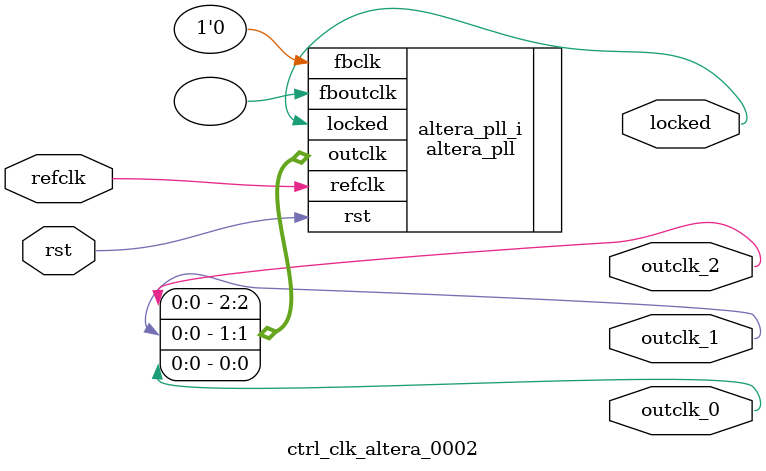
<source format=v>
`timescale 1ns/10ps
module  ctrl_clk_altera_0002(

	// interface 'refclk'
	input wire refclk,

	// interface 'reset'
	input wire rst,

	// interface 'outclk0'
	output wire outclk_0,

	// interface 'outclk1'
	output wire outclk_1,

	// interface 'outclk2'
	output wire outclk_2,

	// interface 'locked'
	output wire locked
);

	altera_pll #(
		.fractional_vco_multiplier("false"),
		.reference_clock_frequency("50.0 MHz"),
		.operation_mode("direct"),
		.number_of_clocks(3),
		.output_clock_frequency0("100.000000 MHz"),
		.phase_shift0("0 ps"),
		.duty_cycle0(50),
		.output_clock_frequency1("50.000000 MHz"),
		.phase_shift1("0 ps"),
		.duty_cycle1(50),
		.output_clock_frequency2("25.000000 MHz"),
		.phase_shift2("0 ps"),
		.duty_cycle2(50),
		.output_clock_frequency3("0 MHz"),
		.phase_shift3("0 ps"),
		.duty_cycle3(50),
		.output_clock_frequency4("0 MHz"),
		.phase_shift4("0 ps"),
		.duty_cycle4(50),
		.output_clock_frequency5("0 MHz"),
		.phase_shift5("0 ps"),
		.duty_cycle5(50),
		.output_clock_frequency6("0 MHz"),
		.phase_shift6("0 ps"),
		.duty_cycle6(50),
		.output_clock_frequency7("0 MHz"),
		.phase_shift7("0 ps"),
		.duty_cycle7(50),
		.output_clock_frequency8("0 MHz"),
		.phase_shift8("0 ps"),
		.duty_cycle8(50),
		.output_clock_frequency9("0 MHz"),
		.phase_shift9("0 ps"),
		.duty_cycle9(50),
		.output_clock_frequency10("0 MHz"),
		.phase_shift10("0 ps"),
		.duty_cycle10(50),
		.output_clock_frequency11("0 MHz"),
		.phase_shift11("0 ps"),
		.duty_cycle11(50),
		.output_clock_frequency12("0 MHz"),
		.phase_shift12("0 ps"),
		.duty_cycle12(50),
		.output_clock_frequency13("0 MHz"),
		.phase_shift13("0 ps"),
		.duty_cycle13(50),
		.output_clock_frequency14("0 MHz"),
		.phase_shift14("0 ps"),
		.duty_cycle14(50),
		.output_clock_frequency15("0 MHz"),
		.phase_shift15("0 ps"),
		.duty_cycle15(50),
		.output_clock_frequency16("0 MHz"),
		.phase_shift16("0 ps"),
		.duty_cycle16(50),
		.output_clock_frequency17("0 MHz"),
		.phase_shift17("0 ps"),
		.duty_cycle17(50),
		.pll_type("General"),
		.pll_subtype("General")
	) altera_pll_i (
		.rst	(rst),
		.outclk	({outclk_2, outclk_1, outclk_0}),
		.locked	(locked),
		.fboutclk	( ),
		.fbclk	(1'b0),
		.refclk	(refclk)
	);
endmodule


</source>
